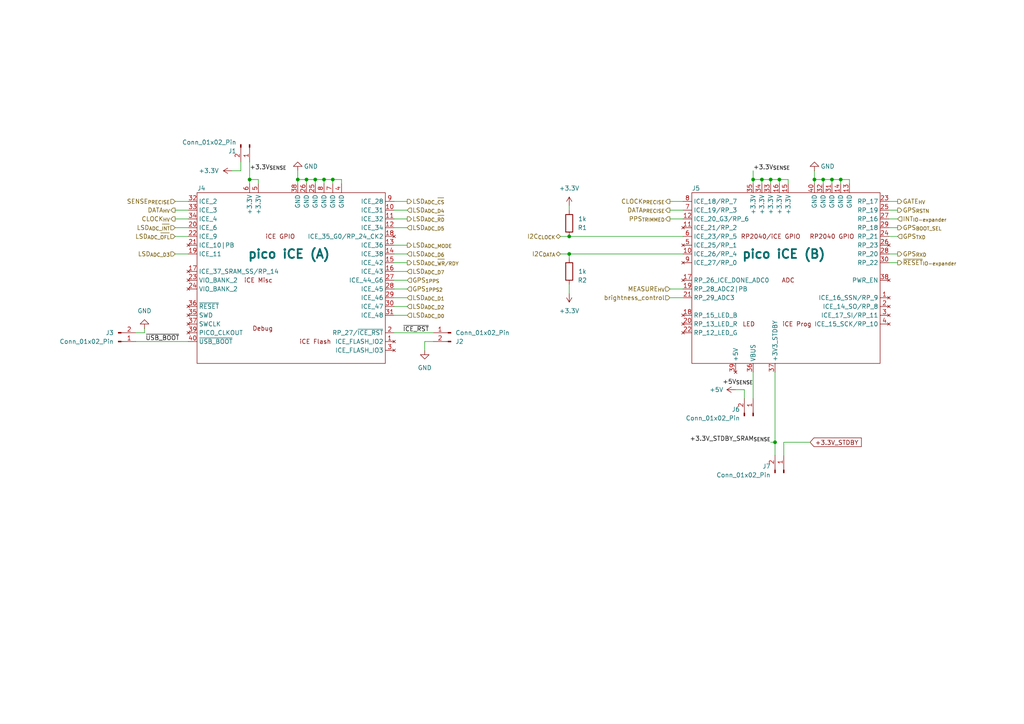
<source format=kicad_sch>
(kicad_sch (version 20231120) (generator "eeschema") (generator_version "8.0")
  (paper "A4")
  (title_block (title "Nixie Accurate Clock") (date "2024-03-24") (rev "B") (company "Paul Willis"))
  (lib_symbols
    (symbol "+3.3V_2" (power) (pin_numbers hide) (pin_names (offset 0) hide)
      (property "Value" "+3.3V" (at 0 3.556 0))
      (symbol "+3.3V_2_0_1"
        (polyline (pts (xy -0.762 1.27) (xy 0 2.54)))
        (polyline (pts (xy 0 0) (xy 0 2.54)))
        (polyline (pts (xy 0 2.54) (xy 0.762 1.27)))
      )
      (symbol "+3.3V_2_1_1"
        (pin power_in line (at 0 0 90) (length 0) (name "~") (number "1"))
      )
    )
    (symbol "+3.3V_6" (power) (pin_numbers hide) (pin_names (offset 0) hide)
      (property "Value" "+3.3V" (at 0 3.556 0))
      (symbol "+3.3V_6_0_1"
        (polyline (pts (xy -0.762 1.27) (xy 0 2.54)))
        (polyline (pts (xy 0 0) (xy 0 2.54)))
        (polyline (pts (xy 0 2.54) (xy 0.762 1.27)))
      )
      (symbol "+3.3V_6_1_1"
        (pin power_in line (at 0 0 90) (length 0) (name "~") (number "1"))
      )
    )
    (symbol "00_lib:pico_iCE (A)"
      (property "Reference" "J4" (at 1.27 50.8 0))
      (property "Value" "pico iCE (A)" (at 26.67 31.75 0))
      (symbol "pico_iCE (A)_0_1"
        (rectangle (start 0 49.53) (end 54.61 0))
      )
      (symbol "pico_iCE (A)_1_1"
        (text "Debug" (at 19.05 10.16 0) (effects (font (size 1.27 1.27))))
        (text "iCE Flash" (at 34.29 6.35 0) (effects (font (size 1.27 1.27))))
        (text "iCE GPIO" (at 24.13 36.83 0) (effects (font (size 1.27 1.27))))
        (text "iCE Misc" (at 17.78 24.13 0) (effects (font (size 1.27 1.27))))
        (pin no_connect line (at 57.15 6.35 180) (length 2.54) (name "ICE_FLASH_IO2") (number "1"))
        (pin input line (at 57.15 44.45 180) (length 2.54) (name "ICE_31") (number "10"))
        (pin output line (at 57.15 41.91 180) (length 2.54) (name "ICE_32") (number "11"))
        (pin input line (at 57.15 39.37 180) (length 2.54) (name "ICE_34") (number "12"))
        (pin output line (at 57.15 34.29 180) (length 2.54) (name "ICE_36") (number "13"))
        (pin input line (at 57.15 31.75 180) (length 2.54) (name "ICE_38") (number "14"))
        (pin output line (at 57.15 29.21 180) (length 2.54) (name "ICE_42") (number "15"))
        (pin input line (at 57.15 26.67 180) (length 2.54) (name "ICE_43") (number "16"))
        (pin no_connect line (at -2.54 26.67 0) (length 2.54) (name "ICE_37_SRAM_SS/RP_14") (number "17"))
        (pin no_connect line (at 57.15 36.83 180) (length 2.54) (name "ICE_35_G0/RP_24_CK2") (number "18"))
        (pin input line (at -2.54 31.75 0) (length 2.54) (name "ICE_11") (number "19"))
        (pin bidirectional line (at 57.15 8.89 180) (length 2.54) (name "RP_27/~{ICE_RST}") (number "2"))
        (pin input line (at -2.54 39.37 0) (length 2.54) (name "ICE_6") (number "20"))
        (pin no_connect line (at -2.54 34.29 0) (length 2.54) (name "ICE_10|PB") (number "21"))
        (pin input line (at -2.54 36.83 0) (length 2.54) (name "ICE_9") (number "22"))
        (pin no_connect line (at -2.54 24.13 0) (length 2.54) (name "VIO_BANK_2") (number "23"))
        (pin no_connect line (at -2.54 21.59 0) (length 2.54) (name "VIO_BANK_2") (number "24"))
        (pin passive line (at 34.29 52.07 270) (length 2.54) (name "GND") (number "25"))
        (pin passive line (at 31.75 52.07 270) (length 2.54) (name "GND") (number "26"))
        (pin input line (at 57.15 24.13 180) (length 2.54) (name "ICE_44_G6") (number "27"))
        (pin input line (at 57.15 21.59 180) (length 2.54) (name "ICE_45") (number "28"))
        (pin input line (at 57.15 19.05 180) (length 2.54) (name "ICE_46") (number "29"))
        (pin no_connect line (at 57.15 3.81 180) (length 2.54) (name "ICE_FLASH_IO3") (number "3"))
        (pin input line (at 57.15 16.51 180) (length 2.54) (name "ICE_47") (number "30"))
        (pin input line (at 57.15 13.97 180) (length 2.54) (name "ICE_48") (number "31"))
        (pin input line (at -2.54 46.99 0) (length 2.54) (name "ICE_2") (number "32"))
        (pin output line (at -2.54 44.45 0) (length 2.54) (name "ICE_3") (number "33"))
        (pin output line (at -2.54 41.91 0) (length 2.54) (name "ICE_4") (number "34"))
        (pin no_connect line (at -2.54 13.97 0) (length 2.54) (name "SWD") (number "35"))
        (pin no_connect line (at -2.54 16.51 0) (length 2.54) (name "~{RESET}") (number "36"))
        (pin no_connect line (at -2.54 11.43 0) (length 2.54) (name "SWCLK") (number "37"))
        (pin passive line (at 29.21 52.07 270) (length 2.54) (name "GND") (number "38"))
        (pin no_connect line (at -2.54 8.89 0) (length 2.54) (name "PICO_CLKOUT") (number "39"))
        (pin power_out line (at 41.91 52.07 270) (length 2.54) (name "GND") (number "4"))
        (pin input line (at -2.54 6.35 0) (length 2.54) (name "~{USB_BOOT}") (number "40"))
        (pin power_out line (at 17.78 52.07 270) (length 2.54) (name "+3.3V") (number "5"))
        (pin passive line (at 15.24 52.07 270) (length 2.54) (name "+3.3V") (number "6"))
        (pin passive line (at 39.37 52.07 270) (length 2.54) (name "GND") (number "7"))
        (pin passive line (at 36.83 52.07 270) (length 2.54) (name "GND") (number "8"))
        (pin output line (at 57.15 46.99 180) (length 2.54) (name "ICE_28") (number "9"))
      )
    )
    (symbol "00_lib:pico_iCE (B)"
      (property "Reference" "J5" (at 0 50.8 0))
      (property "Value" "pico iCE (B)" (at 26.67 31.75 0))
      (symbol "pico_iCE (B)_0_1"
        (rectangle (start 0 49.53) (end 54.61 0))
      )
      (symbol "pico_iCE (B)_1_1"
        (text "ADC" (at 27.94 24.13 0) (effects (font (size 1.27 1.27))))
        (text "iCE Prog" (at 30.48 11.43 0) (effects (font (size 1.27 1.27))))
        (text "LED" (at 16.51 11.43 0) (effects (font (size 1.27 1.27))))
        (text "RP2040 GPIO" (at 40.64 36.83 0) (effects (font (size 1.27 1.27))))
        (text "RP2040/iCE GPIO" (at 22.86 36.83 0) (effects (font (size 1.27 1.27))))
        (pin no_connect line (at 57.15 19.05 180) (length 2.54) (name "ICE_16_SSN/RP_9") (number "1"))
        (pin bidirectional line (at -2.54 31.75 0) (length 2.54) (name "ICE_26/RP_4") (number "10"))
        (pin no_connect line (at -2.54 39.37 0) (length 2.54) (name "ICE_21/RP_2") (number "11"))
        (pin output line (at -2.54 41.91 0) (length 2.54) (name "ICE_20_G3/RP_6") (number "12"))
        (pin passive line (at 45.72 52.07 270) (length 2.54) (name "GND") (number "13"))
        (pin passive line (at 43.18 52.07 270) (length 2.54) (name "GND") (number "14"))
        (pin passive line (at 27.94 52.07 270) (length 2.54) (name "+3.3V") (number "15"))
        (pin passive line (at 25.4 52.07 270) (length 2.54) (name "+3.3V") (number "16"))
        (pin no_connect line (at -2.54 24.13 0) (length 2.54) (name "RP_26_ICE_DONE_ADC0") (number "17"))
        (pin no_connect line (at -2.54 13.97 0) (length 2.54) (name "RP_15_LED_B") (number "18"))
        (pin input line (at -2.54 21.59 0) (length 2.54) (name "RP_28_ADC2|PB") (number "19"))
        (pin no_connect line (at 57.15 16.51 180) (length 2.54) (name "ICE_14_SO/RP_8") (number "2"))
        (pin no_connect line (at -2.54 11.43 0) (length 2.54) (name "RP_13_LED_R") (number "20"))
        (pin input line (at -2.54 19.05 0) (length 2.54) (name "RP_29_ADC3") (number "21"))
        (pin no_connect line (at -2.54 8.89 0) (length 2.54) (name "RP_12_LED_G") (number "22"))
        (pin output line (at 57.15 46.99 180) (length 2.54) (name "RP_17") (number "23"))
        (pin input line (at 57.15 36.83 180) (length 2.54) (name "RP_21") (number "24"))
        (pin output line (at 57.15 44.45 180) (length 2.54) (name "RP_19") (number "25"))
        (pin no_connect line (at 57.15 34.29 180) (length 2.54) (name "RP_23") (number "26"))
        (pin input line (at 57.15 41.91 180) (length 2.54) (name "RP_16") (number "27"))
        (pin output line (at 57.15 31.75 180) (length 2.54) (name "RP_20") (number "28"))
        (pin output line (at 57.15 39.37 180) (length 2.54) (name "RP_18") (number "29"))
        (pin no_connect line (at 57.15 13.97 180) (length 2.54) (name "ICE_17_SI/RP_11") (number "3"))
        (pin output line (at 57.15 29.21 180) (length 2.54) (name "RP_22") (number "30"))
        (pin passive line (at 40.64 52.07 270) (length 2.54) (name "GND") (number "31"))
        (pin passive line (at 38.1 52.07 270) (length 2.54) (name "GND") (number "32"))
        (pin passive line (at 22.86 52.07 270) (length 2.54) (name "+3.3V") (number "33"))
        (pin passive line (at 20.32 52.07 270) (length 2.54) (name "+3.3V") (number "34"))
        (pin passive line (at 17.78 52.07 270) (length 2.54) (name "+3.3V") (number "35"))
        (pin power_out line (at 17.78 -2.54 90) (length 2.54) (name "VBUS") (number "36"))
        (pin power_in line (at 24.13 -2.54 90) (length 2.54) (name "+3V3_STDBY") (number "37"))
        (pin no_connect line (at 57.15 24.13 180) (length 2.54) (name "PWR_EN") (number "38"))
        (pin no_connect line (at 12.7 -2.54 90) (length 2.54) (name "+5V") (number "39"))
        (pin no_connect line (at 57.15 11.43 180) (length 2.54) (name "ICE_15_SCK/RP_10") (number "4"))
        (pin passive line (at 35.56 52.07 270) (length 2.54) (name "GND") (number "40"))
        (pin no_connect line (at -2.54 34.29 0) (length 2.54) (name "ICE_25/RP_1") (number "5"))
        (pin bidirectional line (at -2.54 36.83 0) (length 2.54) (name "ICE_23/RP_5") (number "6"))
        (pin output line (at -2.54 44.45 0) (length 2.54) (name "ICE_19/RP_3") (number "7"))
        (pin output line (at -2.54 46.99 0) (length 2.54) (name "ICE_18/RP_7") (number "8"))
        (pin no_connect line (at -2.54 29.21 0) (length 2.54) (name "ICE_27/RP_0") (number "9"))
      )
    )
    (symbol "Conn_01x02_Pin_1" (pin_names (offset 1.016) hide)
      (property "Reference" "J6" (at 1.905 -3.81 90))
      (property "Value" "Conn_01x02_Pin" (at -0.635 -3.81 90))
      (symbol "Conn_01x02_Pin_1_1_1"
        (polyline (pts (xy 1.27 -2.54) (xy 0.8636 -2.54)) (stroke (width 0.1524)))
        (polyline (pts (xy 1.27 0) (xy 0.8636 0)) (stroke (width 0.1524)))
        (rectangle (start 0.8636 -2.413) (end 0 -2.667) (stroke (width 0.1524)) (fill (type outline)))
        (rectangle (start 0.8636 0.127) (end 0 -0.127) (stroke (width 0.1524)) (fill (type outline)))
        (pin power_in line (at 5.08 0 180) (length 3.81) (name "Pin_1") (number "1"))
        (pin power_out line (at 5.08 -2.54 180) (length 3.81) (name "Pin_2") (number "2"))
      )
    )
    (symbol "Connector:Conn_01x02_Pin" (pin_names (offset 1.016) hide)
      (property "Reference" "J" (at 0 2.54 0))
      (property "Value" "Conn_01x02_Pin" (at 0 -5.08 0))
      (symbol "Conn_01x02_Pin_1_1"
        (polyline (pts (xy 1.27 -2.54) (xy 0.8636 -2.54)) (stroke (width 0.1524)))
        (polyline (pts (xy 1.27 0) (xy 0.8636 0)) (stroke (width 0.1524)))
        (rectangle (start 0.8636 -2.413) (end 0 -2.667) (stroke (width 0.1524)) (fill (type outline)))
        (rectangle (start 0.8636 0.127) (end 0 -0.127) (stroke (width 0.1524)) (fill (type outline)))
        (pin passive line (at 5.08 0 180) (length 3.81) (name "Pin_1") (number "1"))
        (pin passive line (at 5.08 -2.54 180) (length 3.81) (name "Pin_2") (number "2"))
      )
    )
    (symbol "Device:R" (pin_numbers hide) (pin_names (offset 0))
      (property "Reference" "R" (at 2.032 0 90))
      (property "Value" "R" (at 0 0 90))
      (symbol "R_0_1"
        (rectangle (start -1.016 -2.54) (end 1.016 2.54) (stroke (width 0.254)))
      )
      (symbol "R_1_1"
        (pin passive line (at 0 3.81 270) (length 1.27) (name "~") (number "1"))
        (pin passive line (at 0 -3.81 90) (length 1.27) (name "~") (number "2"))
      )
    )
    (symbol "GND_1" (power) (pin_numbers hide) (pin_names (offset 0) hide)
      (property "Value" "GND" (at 0 -3.81 0))
      (symbol "GND_1_0_1"
        (polyline (pts (xy 0 0) (xy 0 -1.27) (xy 1.27 -1.27) (xy 0 -2.54) (xy -1.27 -1.27) (xy 0 -1.27)))
      )
      (symbol "GND_1_1_1"
        (pin power_in line (at 0 0 270) (length 0) (name "~") (number "1"))
      )
    )
    (symbol "GND_17" (power) (pin_numbers hide) (pin_names (offset 0) hide)
      (property "Value" "GND" (at 0 -3.81 0))
      (symbol "GND_17_0_1"
        (polyline (pts (xy 0 0) (xy 0 -1.27) (xy 1.27 -1.27) (xy 0 -2.54) (xy -1.27 -1.27) (xy 0 -1.27)))
      )
      (symbol "GND_17_1_1"
        (pin power_in line (at 0 0 270) (length 0) (name "~") (number "1"))
      )
    )
    (symbol "GND_21" (power) (pin_numbers hide) (pin_names (offset 0) hide)
      (property "Value" "GND" (at 0 -3.81 0))
      (symbol "GND_21_0_1"
        (polyline (pts (xy 0 0) (xy 0 -1.27) (xy 1.27 -1.27) (xy 0 -2.54) (xy -1.27 -1.27) (xy 0 -1.27)))
      )
      (symbol "GND_21_1_1"
        (pin power_in line (at 0 0 270) (length 0) (name "~") (number "1"))
      )
    )
    (symbol "GND_4" (power) (pin_numbers hide) (pin_names (offset 0) hide)
      (property "Value" "GND" (at 0 -3.81 0))
      (symbol "GND_4_0_1"
        (polyline (pts (xy 0 0) (xy 0 -1.27) (xy 1.27 -1.27) (xy 0 -2.54) (xy -1.27 -1.27) (xy 0 -1.27)))
      )
      (symbol "GND_4_1_1"
        (pin power_in line (at 0 0 270) (length 0) (name "~") (number "1"))
      )
    )
    (symbol "power:+3.3V" (power) (pin_numbers hide) (pin_names (offset 0) hide)
      (property "Value" "+3.3V" (at 0 3.556 0))
      (symbol "+3.3V_0_1"
        (polyline (pts (xy -0.762 1.27) (xy 0 2.54)))
        (polyline (pts (xy 0 0) (xy 0 2.54)))
        (polyline (pts (xy 0 2.54) (xy 0.762 1.27)))
      )
      (symbol "+3.3V_1_1"
        (pin power_in line (at 0 0 90) (length 0) (name "~") (number "1"))
      )
    )
    (symbol "power:+5V" (power) (pin_numbers hide) (pin_names (offset 0) hide)
      (property "Value" "+5V" (at 0 3.556 0))
      (symbol "+5V_0_1"
        (polyline (pts (xy -0.762 1.27) (xy 0 2.54)))
        (polyline (pts (xy 0 0) (xy 0 2.54)))
        (polyline (pts (xy 0 2.54) (xy 0.762 1.27)))
      )
      (symbol "+5V_1_1"
        (pin power_in line (at 0 0 90) (length 0) (name "~") (number "1"))
      )
    )
  )
  (junction (at 224.79 128.27))
  (junction (at 241.3 52.07))
  (junction (at 236.22 52.07))
  (junction (at 165.1 68.58))
  (junction (at 96.52 52.07))
  (junction (at 243.84 52.07))
  (junction (at 238.76 52.07))
  (junction (at 72.39 52.07))
  (junction (at 223.52 52.07))
  (junction (at 218.44 52.07))
  (junction (at 226.06 52.07))
  (junction (at 86.36 52.07))
  (junction (at 88.9 52.07))
  (junction (at 93.98 52.07))
  (junction (at 220.98 52.07))
  (junction (at 165.1 73.66))
  (junction (at 91.44 52.07))
  (wire (pts (xy 218.44 107.95) (xy 218.44 115.57)))
  (wire (pts (xy 246.38 52.07) (xy 246.38 53.34)))
  (wire (pts (xy 224.79 107.95) (xy 224.79 128.27)))
  (wire (pts (xy 241.3 52.07) (xy 241.3 53.34)))
  (wire (pts (xy 72.39 52.07) (xy 72.39 46.99)))
  (wire (pts (xy 194.31 60.96) (xy 198.12 60.96)))
  (wire (pts (xy 218.44 53.34) (xy 218.44 52.07)))
  (wire (pts (xy 50.8 63.5) (xy 54.61 63.5)))
  (wire (pts (xy 165.1 59.69) (xy 165.1 60.96)))
  (wire (pts (xy 165.1 85.09) (xy 165.1 82.55)))
  (wire (pts (xy 162.56 73.66) (xy 165.1 73.66)))
  (wire (pts (xy 223.52 52.07) (xy 226.06 52.07)))
  (wire (pts (xy 91.44 52.07) (xy 91.44 53.34)))
  (wire (pts (xy 114.3 81.28) (xy 118.11 81.28)))
  (wire (pts (xy 72.39 52.07) (xy 74.93 52.07)))
  (wire (pts (xy 226.06 52.07) (xy 228.6 52.07)))
  (wire (pts (xy 236.22 53.34) (xy 236.22 52.07)))
  (wire (pts (xy 114.3 96.52) (xy 125.73 96.52)))
  (wire (pts (xy 260.35 60.96) (xy 257.81 60.96)))
  (wire (pts (xy 194.31 83.82) (xy 198.12 83.82)))
  (wire (pts (xy 86.36 53.34) (xy 86.36 52.07)))
  (wire (pts (xy 50.8 73.66) (xy 54.61 73.66)))
  (wire (pts (xy 50.8 60.96) (xy 54.61 60.96)))
  (wire (pts (xy 50.8 66.04) (xy 54.61 66.04)))
  (wire (pts (xy 114.3 73.66) (xy 118.11 73.66)))
  (wire (pts (xy 227.33 128.27) (xy 234.95 128.27)))
  (wire (pts (xy 69.85 46.99) (xy 69.85 49.53)))
  (wire (pts (xy 114.3 71.12) (xy 118.11 71.12)))
  (wire (pts (xy 114.3 91.44) (xy 118.11 91.44)))
  (wire (pts (xy 218.44 52.07) (xy 220.98 52.07)))
  (wire (pts (xy 54.61 99.06) (xy 39.37 99.06)))
  (wire (pts (xy 223.52 52.07) (xy 223.52 53.34)))
  (wire (pts (xy 236.22 52.07) (xy 238.76 52.07)))
  (wire (pts (xy 125.73 99.06) (xy 123.19 99.06)))
  (wire (pts (xy 96.52 52.07) (xy 96.52 53.34)))
  (wire (pts (xy 93.98 52.07) (xy 96.52 52.07)))
  (wire (pts (xy 86.36 49.53) (xy 86.36 52.07)))
  (wire (pts (xy 218.44 49.53) (xy 218.44 52.07)))
  (wire (pts (xy 194.31 58.42) (xy 198.12 58.42)))
  (wire (pts (xy 123.19 99.06) (xy 123.19 101.6)))
  (wire (pts (xy 88.9 52.07) (xy 91.44 52.07)))
  (wire (pts (xy 41.91 96.52) (xy 41.91 95.25)))
  (wire (pts (xy 114.3 66.04) (xy 118.11 66.04)))
  (wire (pts (xy 226.06 52.07) (xy 226.06 53.34)))
  (wire (pts (xy 114.3 86.36) (xy 118.11 86.36)))
  (wire (pts (xy 220.98 52.07) (xy 223.52 52.07)))
  (wire (pts (xy 114.3 63.5) (xy 118.11 63.5)))
  (wire (pts (xy 96.52 52.07) (xy 99.06 52.07)))
  (wire (pts (xy 162.56 68.58) (xy 165.1 68.58)))
  (wire (pts (xy 194.31 63.5) (xy 198.12 63.5)))
  (wire (pts (xy 88.9 52.07) (xy 88.9 53.34)))
  (wire (pts (xy 223.52 128.27) (xy 224.79 128.27)))
  (wire (pts (xy 236.22 49.53) (xy 236.22 52.07)))
  (wire (pts (xy 114.3 58.42) (xy 118.11 58.42)))
  (wire (pts (xy 257.81 58.42) (xy 260.35 58.42)))
  (wire (pts (xy 215.9 113.03) (xy 213.36 113.03)))
  (wire (pts (xy 165.1 74.93) (xy 165.1 73.66)))
  (wire (pts (xy 228.6 52.07) (xy 228.6 53.34)))
  (wire (pts (xy 243.84 52.07) (xy 243.84 53.34)))
  (wire (pts (xy 220.98 52.07) (xy 220.98 53.34)))
  (wire (pts (xy 69.85 49.53) (xy 67.31 49.53)))
  (wire (pts (xy 260.35 73.66) (xy 257.81 73.66)))
  (wire (pts (xy 93.98 52.07) (xy 93.98 53.34)))
  (wire (pts (xy 50.8 68.58) (xy 54.61 68.58)))
  (wire (pts (xy 39.37 96.52) (xy 41.91 96.52)))
  (wire (pts (xy 114.3 60.96) (xy 118.11 60.96)))
  (wire (pts (xy 91.44 52.07) (xy 93.98 52.07)))
  (wire (pts (xy 215.9 115.57) (xy 215.9 113.03)))
  (wire (pts (xy 72.39 53.34) (xy 72.39 52.07)))
  (wire (pts (xy 74.93 53.34) (xy 74.93 52.07)))
  (wire (pts (xy 238.76 52.07) (xy 241.3 52.07)))
  (wire (pts (xy 241.3 52.07) (xy 243.84 52.07)))
  (wire (pts (xy 114.3 83.82) (xy 118.11 83.82)))
  (wire (pts (xy 165.1 68.58) (xy 198.12 68.58)))
  (wire (pts (xy 243.84 52.07) (xy 246.38 52.07)))
  (wire (pts (xy 238.76 52.07) (xy 238.76 53.34)))
  (wire (pts (xy 257.81 76.2) (xy 260.35 76.2)))
  (wire (pts (xy 114.3 78.74) (xy 118.11 78.74)))
  (wire (pts (xy 194.31 86.36) (xy 198.12 86.36)))
  (wire (pts (xy 50.8 58.42) (xy 54.61 58.42)))
  (wire (pts (xy 86.36 52.07) (xy 88.9 52.07)))
  (wire (pts (xy 165.1 73.66) (xy 198.12 73.66)))
  (wire (pts (xy 99.06 52.07) (xy 99.06 53.34)))
  (wire (pts (xy 227.33 132.08) (xy 227.33 128.27)))
  (wire (pts (xy 114.3 76.2) (xy 118.11 76.2)))
  (wire (pts (xy 224.79 128.27) (xy 224.79 132.08)))
  (wire (pts (xy 260.35 66.04) (xy 257.81 66.04)))
  (wire (pts (xy 114.3 88.9) (xy 118.11 88.9)))
  (wire (pts (xy 257.81 63.5) (xy 260.35 63.5)))
  (wire (pts (xy 260.35 68.58) (xy 257.81 68.58)))
  (label "+5V_{SENSE}" (at 218.44 111.76 180))
  (label "+3.3V_STDBY_SRAM_{SENSE}" (at 223.52 128.27 180))
  (label "~{USB_BOOT}" (at 52.07 99.06 180))
  (label "+3.3V_{SENSE}" (at 72.39 49.53 0))
  (label "~{ICE_RST}" (at 116.84 96.52 0))
  (label "+3.3V_{SENSE}" (at 218.44 49.53 0))
  (global_label "+3.3V_STDBY" (shape input) (at 234.95 128.27 0) (property "Intersheetrefs" "${INTERSHEET_REFS}" (effects (hide yes))))
  (hierarchical_label "LSD_{ADC_D0}" (shape input) (at 118.11 91.44 0))
  (hierarchical_label "LSD_{ADC_~{INT}}" (shape input) (at 50.8 66.04 180))
  (hierarchical_label "LSD_{ADC_D5}" (shape input) (at 118.11 66.04 0))
  (hierarchical_label "LSD_{ADC_D2}" (shape input) (at 118.11 88.9 0))
  (hierarchical_label "LSD_{ADC_~{WR}{slash}RDY}" (shape output) (at 118.11 76.2 0))
  (hierarchical_label "DATA_{HV}" (shape output) (at 50.8 60.96 180))
  (hierarchical_label "LSD_{ADC_D6}" (shape input) (at 118.11 73.66 0))
  (hierarchical_label "SENSE_{PRECISE}" (shape input) (at 50.8 58.42 180))
  (hierarchical_label "CLOCK_{PRECISE}" (shape output) (at 194.31 58.42 180))
  (hierarchical_label "MEASURE_{HV}" (shape input) (at 194.31 83.82 180))
  (hierarchical_label "brightness_control" (shape input) (at 194.31 86.36 180))
  (hierarchical_label "~{RESET}_{IO-expander}" (shape output) (at 260.35 76.2 0))
  (hierarchical_label "GPS_{1PPS2}" (shape input) (at 118.11 83.82 0))
  (hierarchical_label "LSD_{ADC_MODE}" (shape output) (at 118.11 71.12 0))
  (hierarchical_label "LSD_{ADC_D1}" (shape input) (at 118.11 86.36 0))
  (hierarchical_label "GPS_{RSTN}" (shape output) (at 260.35 60.96 0))
  (hierarchical_label "LSD_{ADC_D3}" (shape input) (at 50.8 73.66 180))
  (hierarchical_label "GPS_{TXD}" (shape input) (at 260.35 68.58 0))
  (hierarchical_label "I2C_{CLOCK}" (shape bidirectional) (at 162.56 68.58 180))
  (hierarchical_label "GATE_{HV}" (shape output) (at 260.35 58.42 0))
  (hierarchical_label "PPS_{TRIMMED}" (shape output) (at 194.31 63.5 180))
  (hierarchical_label "LSD_{ADC_D4}" (shape input) (at 118.11 60.96 0))
  (hierarchical_label "GPS_{1PPS}" (shape input) (at 118.11 81.28 0))
  (hierarchical_label "INT_{IO-expander}" (shape input) (at 260.35 63.5 0))
  (hierarchical_label "LSD_{ADC_D7}" (shape input) (at 118.11 78.74 0))
  (hierarchical_label "GPS_{RXD}" (shape output) (at 260.35 73.66 0))
  (hierarchical_label "LSD_{ADC_~{CS}}" (shape output) (at 118.11 58.42 0))
  (hierarchical_label "I2C_{DATA}" (shape bidirectional) (at 162.56 73.66 180))
  (hierarchical_label "LSD_{ADC_~{RD}}" (shape output) (at 118.11 63.5 0))
  (hierarchical_label "GPS_{BOOT_SEL}" (shape output) (at 260.35 66.04 0))
  (hierarchical_label "DATA_{PRECISE}" (shape output) (at 194.31 60.96 180))
  (hierarchical_label "CLOCK_{HV}" (shape output) (at 50.8 63.5 180))
  (hierarchical_label "LSD_{ADC_~{OFL}}" (shape input) (at 50.8 68.58 180))
  (symbol (lib_name "GND_1") (lib_id "power:GND") (at 236.22 49.53 180) (unit 1)
    (property "Reference" "#PWR03" (effects (hide yes)))
    (property "Value" "GND" (at 240.03 48.26 0))
    (property "Description" "Power symbol creates a global label with name \"GND\" , ground" (effects (hide yes)))
  )
  (symbol (lib_id "Device:R") (at 165.1 64.77 180) (unit 1)
    (property "Reference" "R1" (at 168.91 66.04 0))
    (property "Value" "1k" (at 168.91 63.5 0))
    (property "Footprint" "Resistor_SMD:R_0603_1608Metric" (effects (hide yes)))
    (property "Datasheet" "https://www.yageo.com/upload/media/product/products/datasheet/rchip/PYu-RC_Group_51_RoHS_L_12.pdf" (effects (hide yes)))
    (property "Description" "Resistor" (effects (hide yes)))
    (property "Model" "RC0603FR-071KL" (effects (hide yes)))
    (property "Price" "0.10" (effects (hide yes)))
    (property "Digikey link" "https://www.digikey.com/en/products/detail/yageo/RC0603FR-071KL/726843" (effects (hide yes)))
    (property "Mouser link" "https://www.mouser.com/ProductDetail/YAGEO/RC0603FR-071KL?qs=VU8sRB4EgwApHsk4rF%2F3zg%3D%3D" (effects (hide yes)))
  )
  (symbol (lib_name "GND_17") (lib_id "power:GND") (at 41.91 95.25 0) (mirror x) (unit 1)
    (property "Reference" "#PWR08" (effects (hide yes)))
    (property "Value" "GND" (at 41.91 90.17 0))
    (property "Description" "Power symbol creates a global label with name \"GND\" , ground" (effects (hide yes)))
  )
  (symbol (lib_name "Conn_01x02_Pin_1") (lib_id "Connector:Conn_01x02_Pin") (at 72.39 41.91 270) (unit 1)
    (property "Reference" "J1" (at 68.58 43.815 90) (effects (justify right)))
    (property "Value" "Conn_01x02_Pin" (at 68.58 41.275 90) (effects (justify right)))
    (property "Footprint" "Connector_PinHeader_2.54mm:PinHeader_1x02_P2.54mm_Vertical_SMD_Pin1Right" (effects (hide yes)))
    (property "Datasheet" "https://suddendocs.samtec.com/catalog_english/tsm.pdf" (effects (hide yes)))
    (property "Description" "Generic connector, single row, 01x02, script generated" (effects (hide yes)))
    (property "Model" "TSM-102-01-L-SV" (effects (hide yes)))
    (property "Price" "0.42" (effects (hide yes)))
    (property "Digikey link" "https://www.digikey.com/en/products/detail/samtec-inc/TSM-102-01-L-SV/2685520" (effects (hide yes)))
    (property "Mouser link" "https://www.mouser.com/ProductDetail/Samtec/TSM-102-01-L-SV?qs=FESYatJ8odJ%252BIhPvKBkuBA%3D%3D" (effects (hide yes)))
  )
  (symbol (lib_name "GND_21") (lib_id "power:GND") (at 86.36 49.53 180) (unit 1)
    (property "Reference" "#PWR02" (effects (hide yes)))
    (property "Value" "GND" (at 90.17 48.26 0))
    (property "Description" "Power symbol creates a global label with name \"GND\" , ground" (effects (hide yes)))
  )
  (symbol (lib_name "+3.3V_2") (lib_id "power:+3.3V") (at 165.1 59.69 0) (unit 1)
    (property "Reference" "#PWR04" (effects (hide yes)))
    (property "Value" "+3.3V" (at 165.1 54.61 0))
    (property "Description" "Power symbol creates a global label with name \"+3.3V\"" (effects (hide yes)))
  )
  (symbol (lib_name "GND_4") (lib_id "power:GND") (at 123.19 101.6 0) (mirror y) (unit 1)
    (property "Reference" "#PWR09" (effects (hide yes)))
    (property "Value" "GND" (at 123.19 106.68 0))
    (property "Description" "Power symbol creates a global label with name \"GND\" , ground" (effects (hide yes)))
  )
  (symbol (lib_id "power:+5V") (at 213.36 113.03 90) (mirror x) (unit 1)
    (property "Reference" "#PWR010" (effects (hide yes)))
    (property "Value" "+5V" (at 205.74 113.03 90) (effects (justify right)))
    (property "Description" "Power symbol creates a global label with name \"+5V\"" (effects (hide yes)))
  )
  (symbol (lib_name "Conn_01x02_Pin_1") (lib_id "Connector:Conn_01x02_Pin") (at 227.33 137.16 270) (mirror x) (unit 1)
    (property "Reference" "J7" (at 223.52 135.255 90) (effects (justify right)))
    (property "Value" "Conn_01x02_Pin" (at 223.52 137.795 90) (effects (justify right)))
    (property "Footprint" "Connector_PinHeader_2.54mm:PinHeader_1x02_P2.54mm_Vertical_SMD_Pin1Right" (effects (hide yes)))
    (property "Datasheet" "https://suddendocs.samtec.com/catalog_english/tsm.pdf" (effects (hide yes)))
    (property "Description" "Generic connector, single row, 01x02, script generated" (effects (hide yes)))
    (property "Model" "TSM-102-01-L-SV" (effects (hide yes)))
    (property "Price" "0.42" (effects (hide yes)))
    (property "Digikey link" "https://www.digikey.com/en/products/detail/samtec-inc/TSM-102-01-L-SV/2685520" (effects (hide yes)))
    (property "Mouser link" "https://www.mouser.com/ProductDetail/Samtec/TSM-102-01-L-SV?qs=FESYatJ8odJ%252BIhPvKBkuBA%3D%3D" (effects (hide yes)))
  )
  (symbol (lib_id "00_lib:pico_iCE (B)") (at 200.66 105.41 0) (unit 1)
    (property "Reference" "J5" (at 200.66 54.61 0) (effects (justify left)))
    (property "Value" "pico iCE (B)" (at 227.33 73.66 0) (effects (font (size 2.54 2.54) (bold yes))))
    (property "Footprint" "00_lib:pico iCE (B)" (effects (hide yes)))
    (property "Datasheet" "https://suddendocs.samtec.com/catalog_english/ssm_sm.pdf" (effects (hide yes)))
    (property "Price" "6.65" (effects (hide yes)))
    (property "Digikey link" "https://www.digikey.com/en/products/detail/samtec-inc/SSM-120-L-DV-A/7861007" (effects (hide yes)))
    (property "Mouser link" "https://www.mouser.com/ProductDetail/Samtec/SSM-120-L-DV-A?qs=rU5fayqh%252BE2VZqLoNez%252BbA%3D%3D" (effects (hide yes)))
    (property "Model" "SSM-120-L-DV-A" (effects (hide yes)))
  )
  (symbol (lib_name "+3.3V_6") (lib_id "power:+3.3V") (at 165.1 85.09 180) (unit 1)
    (property "Reference" "#PWR06" (effects (hide yes)))
    (property "Value" "+3.3V" (at 165.1 90.17 0))
    (property "Description" "Power symbol creates a global label with name \"+3.3V\"" (effects (hide yes)))
  )
  (symbol (lib_id "Connector:Conn_01x02_Pin") (at 130.81 96.52 0) (mirror y) (unit 1)
    (property "Reference" "J2" (at 132.08 99.06 0) (effects (justify right)))
    (property "Value" "Conn_01x02_Pin" (at 132.08 96.52 0) (effects (justify right)))
    (property "Footprint" "Connector_PinHeader_2.54mm:PinHeader_1x02_P2.54mm_Vertical_SMD_Pin1Right" (effects (hide yes)))
    (property "Datasheet" "https://suddendocs.samtec.com/catalog_english/tsm.pdf" (effects (hide yes)))
    (property "Description" "Generic connector, single row, 01x02, script generated" (effects (hide yes)))
    (property "Model" "TSM-102-01-L-SV" (effects (hide yes)))
    (property "Price" "0.42" (effects (hide yes)))
    (property "Digikey link" "https://www.digikey.com/en/products/detail/samtec-inc/TSM-102-01-L-SV/2685520" (effects (hide yes)))
    (property "Mouser link" "https://www.mouser.com/ProductDetail/Samtec/TSM-102-01-L-SV?qs=FESYatJ8odJ%252BIhPvKBkuBA%3D%3D" (effects (hide yes)))
  )
  (symbol (lib_id "Device:R") (at 165.1 78.74 0) (mirror y) (unit 1)
    (property "Reference" "R2" (at 168.91 81.28 0))
    (property "Value" "1k" (at 168.91 78.74 0))
    (property "Footprint" "Resistor_SMD:R_0603_1608Metric" (effects (hide yes)))
    (property "Datasheet" "https://www.yageo.com/upload/media/product/products/datasheet/rchip/PYu-RC_Group_51_RoHS_L_12.pdf" (effects (hide yes)))
    (property "Description" "Resistor" (effects (hide yes)))
    (property "Model" "RC0603FR-071KL" (effects (hide yes)))
    (property "Price" "0.10" (effects (hide yes)))
    (property "Digikey link" "https://www.digikey.com/en/products/detail/yageo/RC0603FR-071KL/726843" (effects (hide yes)))
    (property "Mouser link" "https://www.mouser.com/ProductDetail/YAGEO/RC0603FR-071KL?qs=VU8sRB4EgwApHsk4rF%2F3zg%3D%3D" (effects (hide yes)))
  )
  (symbol (lib_id "Connector:Conn_01x02_Pin") (at 34.29 99.06 0) (mirror x) (unit 1)
    (property "Reference" "J3" (at 33.02 96.52 0) (effects (justify right)))
    (property "Value" "Conn_01x02_Pin" (at 33.02 99.06 0) (effects (justify right)))
    (property "Footprint" "Connector_PinHeader_2.54mm:PinHeader_1x02_P2.54mm_Vertical_SMD_Pin1Right" (effects (hide yes)))
    (property "Datasheet" "https://suddendocs.samtec.com/catalog_english/tsm.pdf" (effects (hide yes)))
    (property "Description" "Generic connector, single row, 01x02, script generated" (effects (hide yes)))
    (property "Model" "TSM-102-01-L-SV" (effects (hide yes)))
    (property "Price" "0.42" (effects (hide yes)))
    (property "Digikey link" "https://www.digikey.com/en/products/detail/samtec-inc/TSM-102-01-L-SV/2685520" (effects (hide yes)))
    (property "Mouser link" "https://www.mouser.com/ProductDetail/Samtec/TSM-102-01-L-SV?qs=FESYatJ8odJ%252BIhPvKBkuBA%3D%3D" (effects (hide yes)))
  )
  (symbol (lib_id "power:+3.3V") (at 67.31 49.53 90) (unit 1)
    (property "Reference" "#PWR01" (effects (hide yes)))
    (property "Value" "+3.3V" (at 63.5 49.53 90) (effects (justify left)))
    (property "Description" "Power symbol creates a global label with name \"+3.3V\"" (effects (hide yes)))
  )
  (symbol (lib_id "00_lib:pico_iCE (A)") (at 57.15 105.41 0) (unit 1)
    (property "Reference" "J4" (at 58.42 54.61 0))
    (property "Value" "pico iCE (A)" (at 83.82 73.66 0) (effects (font (size 2.54 2.54) (bold yes))))
    (property "Footprint" "00_lib:pico iCE (A)" (effects (hide yes)))
    (property "Datasheet" "https://suddendocs.samtec.com/catalog_english/ssm_sm.pdf" (effects (hide yes)))
    (property "Price" "6.65" (effects (hide yes)))
    (property "Digikey link" "https://www.digikey.com/en/products/detail/samtec-inc/SSM-120-L-DV-A/7861007" (effects (hide yes)))
    (property "Mouser link" "https://www.mouser.com/ProductDetail/Samtec/SSM-120-L-DV-A?qs=rU5fayqh%252BE2VZqLoNez%252BbA%3D%3D" (effects (hide yes)))
    (property "Model" "SSM-120-L-DV-A" (effects (hide yes)))
  )
  (symbol (lib_name "Conn_01x02_Pin_1") (lib_id "Connector:Conn_01x02_Pin") (at 218.44 120.65 270) (mirror x) (unit 1)
    (property "Reference" "J6" (at 214.63 118.745 90) (effects (justify right)))
    (property "Value" "Conn_01x02_Pin" (at 214.63 121.285 90) (effects (justify right)))
    (property "Footprint" "Connector_PinHeader_2.54mm:PinHeader_1x02_P2.54mm_Vertical_SMD_Pin1Right" (effects (hide yes)))
    (property "Datasheet" "https://suddendocs.samtec.com/catalog_english/tsm.pdf" (effects (hide yes)))
    (property "Description" "Generic connector, single row, 01x02, script generated" (effects (hide yes)))
    (property "Model" "TSM-102-01-L-SV" (effects (hide yes)))
    (property "Price" "0.42" (effects (hide yes)))
    (property "Digikey link" "https://www.digikey.com/en/products/detail/samtec-inc/TSM-102-01-L-SV/2685520" (effects (hide yes)))
    (property "Mouser link" "https://www.mouser.com/ProductDetail/Samtec/TSM-102-01-L-SV?qs=FESYatJ8odJ%252BIhPvKBkuBA%3D%3D" (effects (hide yes)))
  )
)
</source>
